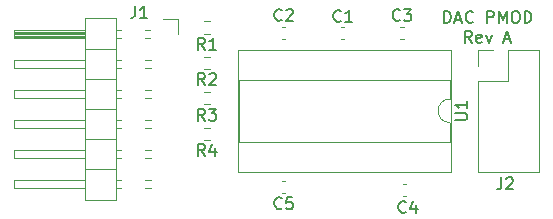
<source format=gbr>
G04 #@! TF.GenerationSoftware,KiCad,Pcbnew,5.1.10-1.fc33*
G04 #@! TF.CreationDate,2021-10-10T15:30:15-05:00*
G04 #@! TF.ProjectId,dac_pmod,6461635f-706d-46f6-942e-6b696361645f,A*
G04 #@! TF.SameCoordinates,Original*
G04 #@! TF.FileFunction,Legend,Top*
G04 #@! TF.FilePolarity,Positive*
%FSLAX46Y46*%
G04 Gerber Fmt 4.6, Leading zero omitted, Abs format (unit mm)*
G04 Created by KiCad (PCBNEW 5.1.10-1.fc33) date 2021-10-10 15:30:15*
%MOMM*%
%LPD*%
G01*
G04 APERTURE LIST*
%ADD10C,0.150000*%
%ADD11C,0.120000*%
G04 APERTURE END LIST*
D10*
X154583333Y-84377380D02*
X154583333Y-83377380D01*
X154821428Y-83377380D01*
X154964285Y-83425000D01*
X155059523Y-83520238D01*
X155107142Y-83615476D01*
X155154761Y-83805952D01*
X155154761Y-83948809D01*
X155107142Y-84139285D01*
X155059523Y-84234523D01*
X154964285Y-84329761D01*
X154821428Y-84377380D01*
X154583333Y-84377380D01*
X155535714Y-84091666D02*
X156011904Y-84091666D01*
X155440476Y-84377380D02*
X155773809Y-83377380D01*
X156107142Y-84377380D01*
X157011904Y-84282142D02*
X156964285Y-84329761D01*
X156821428Y-84377380D01*
X156726190Y-84377380D01*
X156583333Y-84329761D01*
X156488095Y-84234523D01*
X156440476Y-84139285D01*
X156392857Y-83948809D01*
X156392857Y-83805952D01*
X156440476Y-83615476D01*
X156488095Y-83520238D01*
X156583333Y-83425000D01*
X156726190Y-83377380D01*
X156821428Y-83377380D01*
X156964285Y-83425000D01*
X157011904Y-83472619D01*
X158202380Y-84377380D02*
X158202380Y-83377380D01*
X158583333Y-83377380D01*
X158678571Y-83425000D01*
X158726190Y-83472619D01*
X158773809Y-83567857D01*
X158773809Y-83710714D01*
X158726190Y-83805952D01*
X158678571Y-83853571D01*
X158583333Y-83901190D01*
X158202380Y-83901190D01*
X159202380Y-84377380D02*
X159202380Y-83377380D01*
X159535714Y-84091666D01*
X159869047Y-83377380D01*
X159869047Y-84377380D01*
X160535714Y-83377380D02*
X160726190Y-83377380D01*
X160821428Y-83425000D01*
X160916666Y-83520238D01*
X160964285Y-83710714D01*
X160964285Y-84044047D01*
X160916666Y-84234523D01*
X160821428Y-84329761D01*
X160726190Y-84377380D01*
X160535714Y-84377380D01*
X160440476Y-84329761D01*
X160345238Y-84234523D01*
X160297619Y-84044047D01*
X160297619Y-83710714D01*
X160345238Y-83520238D01*
X160440476Y-83425000D01*
X160535714Y-83377380D01*
X161392857Y-84377380D02*
X161392857Y-83377380D01*
X161630952Y-83377380D01*
X161773809Y-83425000D01*
X161869047Y-83520238D01*
X161916666Y-83615476D01*
X161964285Y-83805952D01*
X161964285Y-83948809D01*
X161916666Y-84139285D01*
X161869047Y-84234523D01*
X161773809Y-84329761D01*
X161630952Y-84377380D01*
X161392857Y-84377380D01*
X156940476Y-86027380D02*
X156607142Y-85551190D01*
X156369047Y-86027380D02*
X156369047Y-85027380D01*
X156750000Y-85027380D01*
X156845238Y-85075000D01*
X156892857Y-85122619D01*
X156940476Y-85217857D01*
X156940476Y-85360714D01*
X156892857Y-85455952D01*
X156845238Y-85503571D01*
X156750000Y-85551190D01*
X156369047Y-85551190D01*
X157750000Y-85979761D02*
X157654761Y-86027380D01*
X157464285Y-86027380D01*
X157369047Y-85979761D01*
X157321428Y-85884523D01*
X157321428Y-85503571D01*
X157369047Y-85408333D01*
X157464285Y-85360714D01*
X157654761Y-85360714D01*
X157750000Y-85408333D01*
X157797619Y-85503571D01*
X157797619Y-85598809D01*
X157321428Y-85694047D01*
X158130952Y-85360714D02*
X158369047Y-86027380D01*
X158607142Y-85360714D01*
X159702380Y-85741666D02*
X160178571Y-85741666D01*
X159607142Y-86027380D02*
X159940476Y-85027380D01*
X160273809Y-86027380D01*
D11*
X155080000Y-90810000D02*
X155080000Y-89160000D01*
X155080000Y-89160000D02*
X137180000Y-89160000D01*
X137180000Y-89160000D02*
X137180000Y-94460000D01*
X137180000Y-94460000D02*
X155080000Y-94460000D01*
X155080000Y-94460000D02*
X155080000Y-92810000D01*
X155140000Y-86670000D02*
X137120000Y-86670000D01*
X137120000Y-86670000D02*
X137120000Y-96950000D01*
X137120000Y-96950000D02*
X155140000Y-96950000D01*
X155140000Y-96950000D02*
X155140000Y-86670000D01*
X155080000Y-92810000D02*
G75*
G02*
X155080000Y-90810000I0J1000000D01*
G01*
X134754724Y-94272500D02*
X134245276Y-94272500D01*
X134754724Y-93227500D02*
X134245276Y-93227500D01*
X134754724Y-91272500D02*
X134245276Y-91272500D01*
X134754724Y-90227500D02*
X134245276Y-90227500D01*
X134754724Y-88272500D02*
X134245276Y-88272500D01*
X134754724Y-87227500D02*
X134245276Y-87227500D01*
X134754724Y-85272500D02*
X134245276Y-85272500D01*
X134754724Y-84227500D02*
X134245276Y-84227500D01*
X157420000Y-96950000D02*
X162620000Y-96950000D01*
X157420000Y-89270000D02*
X157420000Y-96950000D01*
X162620000Y-86670000D02*
X162620000Y-96950000D01*
X157420000Y-89270000D02*
X160020000Y-89270000D01*
X160020000Y-89270000D02*
X160020000Y-86670000D01*
X160020000Y-86670000D02*
X162620000Y-86670000D01*
X157420000Y-88000000D02*
X157420000Y-86670000D01*
X157420000Y-86670000D02*
X158750000Y-86670000D01*
X141146267Y-98760000D02*
X140853733Y-98760000D01*
X141146267Y-97740000D02*
X140853733Y-97740000D01*
X151103733Y-97990000D02*
X151396267Y-97990000D01*
X151103733Y-99010000D02*
X151396267Y-99010000D01*
X150853733Y-84740000D02*
X151146267Y-84740000D01*
X150853733Y-85760000D02*
X151146267Y-85760000D01*
X141146267Y-85760000D02*
X140853733Y-85760000D01*
X141146267Y-84740000D02*
X140853733Y-84740000D01*
X145853733Y-84740000D02*
X146146267Y-84740000D01*
X145853733Y-85760000D02*
X146146267Y-85760000D01*
X132065000Y-84035000D02*
X130795000Y-84035000D01*
X132065000Y-85305000D02*
X132065000Y-84035000D01*
X129752071Y-98385000D02*
X129297929Y-98385000D01*
X129752071Y-97625000D02*
X129297929Y-97625000D01*
X127212071Y-98385000D02*
X126815000Y-98385000D01*
X127212071Y-97625000D02*
X126815000Y-97625000D01*
X118155000Y-98385000D02*
X124155000Y-98385000D01*
X118155000Y-97625000D02*
X118155000Y-98385000D01*
X124155000Y-97625000D02*
X118155000Y-97625000D01*
X126815000Y-96735000D02*
X124155000Y-96735000D01*
X129752071Y-95845000D02*
X129297929Y-95845000D01*
X129752071Y-95085000D02*
X129297929Y-95085000D01*
X127212071Y-95845000D02*
X126815000Y-95845000D01*
X127212071Y-95085000D02*
X126815000Y-95085000D01*
X118155000Y-95845000D02*
X124155000Y-95845000D01*
X118155000Y-95085000D02*
X118155000Y-95845000D01*
X124155000Y-95085000D02*
X118155000Y-95085000D01*
X126815000Y-94195000D02*
X124155000Y-94195000D01*
X129752071Y-93305000D02*
X129297929Y-93305000D01*
X129752071Y-92545000D02*
X129297929Y-92545000D01*
X127212071Y-93305000D02*
X126815000Y-93305000D01*
X127212071Y-92545000D02*
X126815000Y-92545000D01*
X118155000Y-93305000D02*
X124155000Y-93305000D01*
X118155000Y-92545000D02*
X118155000Y-93305000D01*
X124155000Y-92545000D02*
X118155000Y-92545000D01*
X126815000Y-91655000D02*
X124155000Y-91655000D01*
X129752071Y-90765000D02*
X129297929Y-90765000D01*
X129752071Y-90005000D02*
X129297929Y-90005000D01*
X127212071Y-90765000D02*
X126815000Y-90765000D01*
X127212071Y-90005000D02*
X126815000Y-90005000D01*
X118155000Y-90765000D02*
X124155000Y-90765000D01*
X118155000Y-90005000D02*
X118155000Y-90765000D01*
X124155000Y-90005000D02*
X118155000Y-90005000D01*
X126815000Y-89115000D02*
X124155000Y-89115000D01*
X129752071Y-88225000D02*
X129297929Y-88225000D01*
X129752071Y-87465000D02*
X129297929Y-87465000D01*
X127212071Y-88225000D02*
X126815000Y-88225000D01*
X127212071Y-87465000D02*
X126815000Y-87465000D01*
X118155000Y-88225000D02*
X124155000Y-88225000D01*
X118155000Y-87465000D02*
X118155000Y-88225000D01*
X124155000Y-87465000D02*
X118155000Y-87465000D01*
X126815000Y-86575000D02*
X124155000Y-86575000D01*
X129685000Y-85685000D02*
X129297929Y-85685000D01*
X129685000Y-84925000D02*
X129297929Y-84925000D01*
X127212071Y-85685000D02*
X126815000Y-85685000D01*
X127212071Y-84925000D02*
X126815000Y-84925000D01*
X124155000Y-85585000D02*
X118155000Y-85585000D01*
X124155000Y-85465000D02*
X118155000Y-85465000D01*
X124155000Y-85345000D02*
X118155000Y-85345000D01*
X124155000Y-85225000D02*
X118155000Y-85225000D01*
X124155000Y-85105000D02*
X118155000Y-85105000D01*
X124155000Y-84985000D02*
X118155000Y-84985000D01*
X118155000Y-85685000D02*
X124155000Y-85685000D01*
X118155000Y-84925000D02*
X118155000Y-85685000D01*
X124155000Y-84925000D02*
X118155000Y-84925000D01*
X124155000Y-83975000D02*
X126815000Y-83975000D01*
X124155000Y-99335000D02*
X124155000Y-83975000D01*
X126815000Y-99335000D02*
X124155000Y-99335000D01*
X126815000Y-83975000D02*
X126815000Y-99335000D01*
D10*
X155532380Y-92571904D02*
X156341904Y-92571904D01*
X156437142Y-92524285D01*
X156484761Y-92476666D01*
X156532380Y-92381428D01*
X156532380Y-92190952D01*
X156484761Y-92095714D01*
X156437142Y-92048095D01*
X156341904Y-92000476D01*
X155532380Y-92000476D01*
X156532380Y-91000476D02*
X156532380Y-91571904D01*
X156532380Y-91286190D02*
X155532380Y-91286190D01*
X155675238Y-91381428D01*
X155770476Y-91476666D01*
X155818095Y-91571904D01*
X134333333Y-95632380D02*
X134000000Y-95156190D01*
X133761904Y-95632380D02*
X133761904Y-94632380D01*
X134142857Y-94632380D01*
X134238095Y-94680000D01*
X134285714Y-94727619D01*
X134333333Y-94822857D01*
X134333333Y-94965714D01*
X134285714Y-95060952D01*
X134238095Y-95108571D01*
X134142857Y-95156190D01*
X133761904Y-95156190D01*
X135190476Y-94965714D02*
X135190476Y-95632380D01*
X134952380Y-94584761D02*
X134714285Y-95299047D01*
X135333333Y-95299047D01*
X134333333Y-92632380D02*
X134000000Y-92156190D01*
X133761904Y-92632380D02*
X133761904Y-91632380D01*
X134142857Y-91632380D01*
X134238095Y-91680000D01*
X134285714Y-91727619D01*
X134333333Y-91822857D01*
X134333333Y-91965714D01*
X134285714Y-92060952D01*
X134238095Y-92108571D01*
X134142857Y-92156190D01*
X133761904Y-92156190D01*
X134666666Y-91632380D02*
X135285714Y-91632380D01*
X134952380Y-92013333D01*
X135095238Y-92013333D01*
X135190476Y-92060952D01*
X135238095Y-92108571D01*
X135285714Y-92203809D01*
X135285714Y-92441904D01*
X135238095Y-92537142D01*
X135190476Y-92584761D01*
X135095238Y-92632380D01*
X134809523Y-92632380D01*
X134714285Y-92584761D01*
X134666666Y-92537142D01*
X134333333Y-89632380D02*
X134000000Y-89156190D01*
X133761904Y-89632380D02*
X133761904Y-88632380D01*
X134142857Y-88632380D01*
X134238095Y-88680000D01*
X134285714Y-88727619D01*
X134333333Y-88822857D01*
X134333333Y-88965714D01*
X134285714Y-89060952D01*
X134238095Y-89108571D01*
X134142857Y-89156190D01*
X133761904Y-89156190D01*
X134714285Y-88727619D02*
X134761904Y-88680000D01*
X134857142Y-88632380D01*
X135095238Y-88632380D01*
X135190476Y-88680000D01*
X135238095Y-88727619D01*
X135285714Y-88822857D01*
X135285714Y-88918095D01*
X135238095Y-89060952D01*
X134666666Y-89632380D01*
X135285714Y-89632380D01*
X134333333Y-86632380D02*
X134000000Y-86156190D01*
X133761904Y-86632380D02*
X133761904Y-85632380D01*
X134142857Y-85632380D01*
X134238095Y-85680000D01*
X134285714Y-85727619D01*
X134333333Y-85822857D01*
X134333333Y-85965714D01*
X134285714Y-86060952D01*
X134238095Y-86108571D01*
X134142857Y-86156190D01*
X133761904Y-86156190D01*
X135285714Y-86632380D02*
X134714285Y-86632380D01*
X135000000Y-86632380D02*
X135000000Y-85632380D01*
X134904761Y-85775238D01*
X134809523Y-85870476D01*
X134714285Y-85918095D01*
X159416666Y-97452380D02*
X159416666Y-98166666D01*
X159369047Y-98309523D01*
X159273809Y-98404761D01*
X159130952Y-98452380D01*
X159035714Y-98452380D01*
X159845238Y-97547619D02*
X159892857Y-97500000D01*
X159988095Y-97452380D01*
X160226190Y-97452380D01*
X160321428Y-97500000D01*
X160369047Y-97547619D01*
X160416666Y-97642857D01*
X160416666Y-97738095D01*
X160369047Y-97880952D01*
X159797619Y-98452380D01*
X160416666Y-98452380D01*
X140833333Y-100037142D02*
X140785714Y-100084761D01*
X140642857Y-100132380D01*
X140547619Y-100132380D01*
X140404761Y-100084761D01*
X140309523Y-99989523D01*
X140261904Y-99894285D01*
X140214285Y-99703809D01*
X140214285Y-99560952D01*
X140261904Y-99370476D01*
X140309523Y-99275238D01*
X140404761Y-99180000D01*
X140547619Y-99132380D01*
X140642857Y-99132380D01*
X140785714Y-99180000D01*
X140833333Y-99227619D01*
X141738095Y-99132380D02*
X141261904Y-99132380D01*
X141214285Y-99608571D01*
X141261904Y-99560952D01*
X141357142Y-99513333D01*
X141595238Y-99513333D01*
X141690476Y-99560952D01*
X141738095Y-99608571D01*
X141785714Y-99703809D01*
X141785714Y-99941904D01*
X141738095Y-100037142D01*
X141690476Y-100084761D01*
X141595238Y-100132380D01*
X141357142Y-100132380D01*
X141261904Y-100084761D01*
X141214285Y-100037142D01*
X151333333Y-100357142D02*
X151285714Y-100404761D01*
X151142857Y-100452380D01*
X151047619Y-100452380D01*
X150904761Y-100404761D01*
X150809523Y-100309523D01*
X150761904Y-100214285D01*
X150714285Y-100023809D01*
X150714285Y-99880952D01*
X150761904Y-99690476D01*
X150809523Y-99595238D01*
X150904761Y-99500000D01*
X151047619Y-99452380D01*
X151142857Y-99452380D01*
X151285714Y-99500000D01*
X151333333Y-99547619D01*
X152190476Y-99785714D02*
X152190476Y-100452380D01*
X151952380Y-99404761D02*
X151714285Y-100119047D01*
X152333333Y-100119047D01*
X150833333Y-84107142D02*
X150785714Y-84154761D01*
X150642857Y-84202380D01*
X150547619Y-84202380D01*
X150404761Y-84154761D01*
X150309523Y-84059523D01*
X150261904Y-83964285D01*
X150214285Y-83773809D01*
X150214285Y-83630952D01*
X150261904Y-83440476D01*
X150309523Y-83345238D01*
X150404761Y-83250000D01*
X150547619Y-83202380D01*
X150642857Y-83202380D01*
X150785714Y-83250000D01*
X150833333Y-83297619D01*
X151166666Y-83202380D02*
X151785714Y-83202380D01*
X151452380Y-83583333D01*
X151595238Y-83583333D01*
X151690476Y-83630952D01*
X151738095Y-83678571D01*
X151785714Y-83773809D01*
X151785714Y-84011904D01*
X151738095Y-84107142D01*
X151690476Y-84154761D01*
X151595238Y-84202380D01*
X151309523Y-84202380D01*
X151214285Y-84154761D01*
X151166666Y-84107142D01*
X140833333Y-84107142D02*
X140785714Y-84154761D01*
X140642857Y-84202380D01*
X140547619Y-84202380D01*
X140404761Y-84154761D01*
X140309523Y-84059523D01*
X140261904Y-83964285D01*
X140214285Y-83773809D01*
X140214285Y-83630952D01*
X140261904Y-83440476D01*
X140309523Y-83345238D01*
X140404761Y-83250000D01*
X140547619Y-83202380D01*
X140642857Y-83202380D01*
X140785714Y-83250000D01*
X140833333Y-83297619D01*
X141214285Y-83297619D02*
X141261904Y-83250000D01*
X141357142Y-83202380D01*
X141595238Y-83202380D01*
X141690476Y-83250000D01*
X141738095Y-83297619D01*
X141785714Y-83392857D01*
X141785714Y-83488095D01*
X141738095Y-83630952D01*
X141166666Y-84202380D01*
X141785714Y-84202380D01*
X145833333Y-84177142D02*
X145785714Y-84224761D01*
X145642857Y-84272380D01*
X145547619Y-84272380D01*
X145404761Y-84224761D01*
X145309523Y-84129523D01*
X145261904Y-84034285D01*
X145214285Y-83843809D01*
X145214285Y-83700952D01*
X145261904Y-83510476D01*
X145309523Y-83415238D01*
X145404761Y-83320000D01*
X145547619Y-83272380D01*
X145642857Y-83272380D01*
X145785714Y-83320000D01*
X145833333Y-83367619D01*
X146785714Y-84272380D02*
X146214285Y-84272380D01*
X146500000Y-84272380D02*
X146500000Y-83272380D01*
X146404761Y-83415238D01*
X146309523Y-83510476D01*
X146214285Y-83558095D01*
X128416666Y-82952380D02*
X128416666Y-83666666D01*
X128369047Y-83809523D01*
X128273809Y-83904761D01*
X128130952Y-83952380D01*
X128035714Y-83952380D01*
X129416666Y-83952380D02*
X128845238Y-83952380D01*
X129130952Y-83952380D02*
X129130952Y-82952380D01*
X129035714Y-83095238D01*
X128940476Y-83190476D01*
X128845238Y-83238095D01*
M02*

</source>
